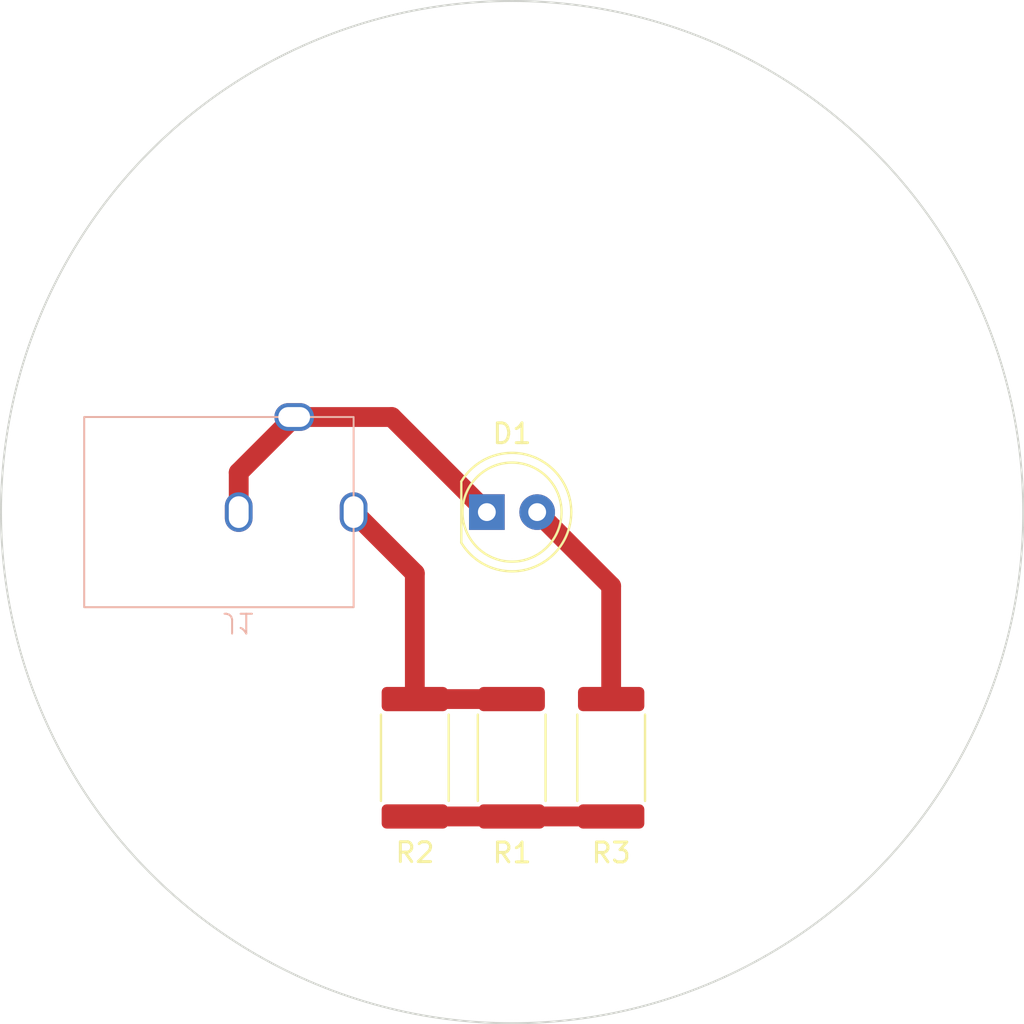
<source format=kicad_pcb>
(kicad_pcb (version 20221018) (generator pcbnew)
  (layers (0 "F.Cu" signal) (31 "B.Cu" signal) (34 "B.Paste" user) (35 "F.Paste" user) (36 "B.SilkS" user "B.Silkscreen") (37 "F.SilkS" user "F.Silkscreen") (38 "B.Mask" user) (39 "F.Mask" user) (44 "Edge.Cuts" user))
  (net 0 "")
  (net 1 "Net-(D1-K)")
  (net 2 "Net-(D1-A)")
  (net 3 "Net-(J1-Pad1)")
  (net 4 "Net-(R1-Pad2)")
  (footprint "LED_THT:LED_D5.0mm" (layer "F.Cu") (at 158.725 100)
    (fp_text reference "D1" (at 1.27 -3.96) (layer "F.SilkS"))
    (fp_text value "LED")
    (fp_line (start -1.29 -1.545) (end -1.29 1.545) (stroke (width 0.12)) (layer "F.SilkS"))
    (fp_arc (start -1.29 -1.54483) (mid 2.072002 -2.880433) (end 4.26 0.000462) (stroke (width 0.12)) (layer "F.SilkS"))
    (fp_arc (start 4.26 -0.000462) (mid 2.072002 2.880433) (end -1.29 1.54483) (stroke (width 0.12)) (layer "F.SilkS"))
    (fp_circle (center 1.27 0) (end 3.77 0) (stroke (width 0.12)) (fill none) (layer "F.SilkS"))
    (pad "1" thru_hole rect (at 0 0) (size 1.8 1.8) (drill 0.9) (layers "*.Cu" "*.Mask") (net 1 "Net-(D1-K)"))
    (pad "2" thru_hole circle (at 2.54 0) (size 1.8 1.8) (drill 0.9) (layers "*.Cu" "*.Mask") (net 2 "Net-(D1-A)"))
  )
  (footprint "Resistor_SMD:R_2512_6332Metric" (layer "F.Cu") (at 155.09 112.4 -90)
    (fp_text reference "R2" (at 4.785331 -0.007318 -180) (layer "F.SilkS"))
    (fp_text value "10")
    (fp_line (start -2.177064 -1.71) (end 2.177064 -1.71) (stroke (width 0.12)) (layer "F.SilkS"))
    (fp_line (start -2.177064 1.71) (end 2.177064 1.71) (stroke (width 0.12)) (layer "F.SilkS"))
    (pad "1" smd roundrect (at -2.9625 0 270) (size 1.225 3.35) (layers "F.Cu" "F.Paste" "F.Mask") (roundrect_rratio 0.2040816327) (net 3 "Net-(J1-Pad1)"))
    (pad "2" smd roundrect (at 2.9625 0 270) (size 1.225 3.35) (layers "F.Cu" "F.Paste" "F.Mask") (roundrect_rratio 0.2040816327) (net 4 "Net-(R1-Pad2)"))
  )
  (footprint "Resistor_SMD:R_2512_6332Metric" (layer "F.Cu") (at 159.98 112.4 -90)
    (fp_text reference "R1" (at 4.8 -0.02 -180) (layer "F.SilkS"))
    (fp_text value "10")
    (fp_line (start -2.177064 -1.71) (end 2.177064 -1.71) (stroke (width 0.12)) (layer "F.SilkS"))
    (fp_line (start -2.177064 1.71) (end 2.177064 1.71) (stroke (width 0.12)) (layer "F.SilkS"))
    (pad "1" smd roundrect (at -2.9625 0 270) (size 1.225 3.35) (layers "F.Cu" "F.Paste" "F.Mask") (roundrect_rratio 0.2040816327) (net 3 "Net-(J1-Pad1)"))
    (pad "2" smd roundrect (at 2.9625 0 270) (size 1.225 3.35) (layers "F.Cu" "F.Paste" "F.Mask") (roundrect_rratio 0.2040816327) (net 4 "Net-(R1-Pad2)"))
  )
  (footprint "Resistor_SMD:R_2512_6332Metric" (layer "F.Cu") (at 165 112.4 90)
    (fp_text reference "R3" (at -4.8 0 180) (layer "F.SilkS"))
    (fp_text value "10")
    (fp_line (start -2.177064 -1.71) (end 2.177064 -1.71) (stroke (width 0.12)) (layer "F.SilkS"))
    (fp_line (start -2.177064 1.71) (end 2.177064 1.71) (stroke (width 0.12)) (layer "F.SilkS"))
    (pad "1" smd roundrect (at -2.9625 0 90) (size 1.225 3.35) (layers "F.Cu" "F.Paste" "F.Mask") (roundrect_rratio 0.2040816327) (net 4 "Net-(R1-Pad2)"))
    (pad "2" smd roundrect (at 2.9625 0 90) (size 1.225 3.35) (layers "F.Cu" "F.Paste" "F.Mask") (roundrect_rratio 0.2040816327) (net 2 "Net-(D1-A)"))
  )
  (footprint "DCJack:DCJack" (layer "B.Cu") (at 146.2 100)
    (fp_text reference "J1" (at 0 5.588 180 unlocked) (layer "B.SilkS") (effects (font (thickness 0.1)) (justify mirror)))
    (fp_text value "Jack-DC")
    (fp_rect (start 5.8 -4.8) (end -7.8 4.8) (stroke (width 0.1)) (fill none) (layer "B.SilkS"))
    (pad "1" thru_hole oval (at 5.8 0) (size 1.4 2) (drill oval 1 1.6) (layers "*.Cu" "*.Mask") (net 3 "Net-(J1-Pad1)"))
    (pad "2" thru_hole oval (at 0 0) (size 1.4 2) (drill oval 1 1.6) (layers "*.Cu" "*.Mask") (net 1 "Net-(D1-K)"))
    (pad "2" thru_hole oval (at 2.8 -4.8) (size 2 1.4) (drill oval 1.6 1) (layers "*.Cu" "*.Mask") (net 1 "Net-(D1-K)"))
  )
  (gr_circle (center 160 100) (end 185.8 100) (stroke (width 0.1)) (fill none) (layer "Edge.Cuts"))
  (segment (start 146.2 98) (end 149 95.2) (width 1) (layer "F.Cu") (net 1))
  (segment (start 149 95.2) (end 153.925 95.2) (width 1) (layer "F.Cu") (net 1))
  (segment (start 153.925 95.2) (end 158.725 100) (width 1) (layer "F.Cu") (net 1))
  (segment (start 146.2 100) (end 146.2 98) (width 1) (layer "F.Cu") (net 1))
  (segment (start 165 109.4375) (end 165 103.735) (width 1) (layer "F.Cu") (net 2))
  (segment (start 165 103.735) (end 161.265 100) (width 1) (layer "F.Cu") (net 2))
  (segment (start 155.09 103.09) (end 152 100) (width 1) (layer "F.Cu") (net 3))
  (segment (start 159.98 109.4375) (end 155.09 109.4375) (width 1) (layer "F.Cu") (net 3))
  (segment (start 155.09 109.4375) (end 155.09 103.09) (width 1) (layer "F.Cu") (net 3))
  (segment (start 165 115.3625) (end 159.98 115.3625) (width 1) (layer "F.Cu") (net 4))
  (segment (start 159.98 115.3625) (end 155.09 115.3625) (width 1) (layer "F.Cu") (net 4))
)
</source>
